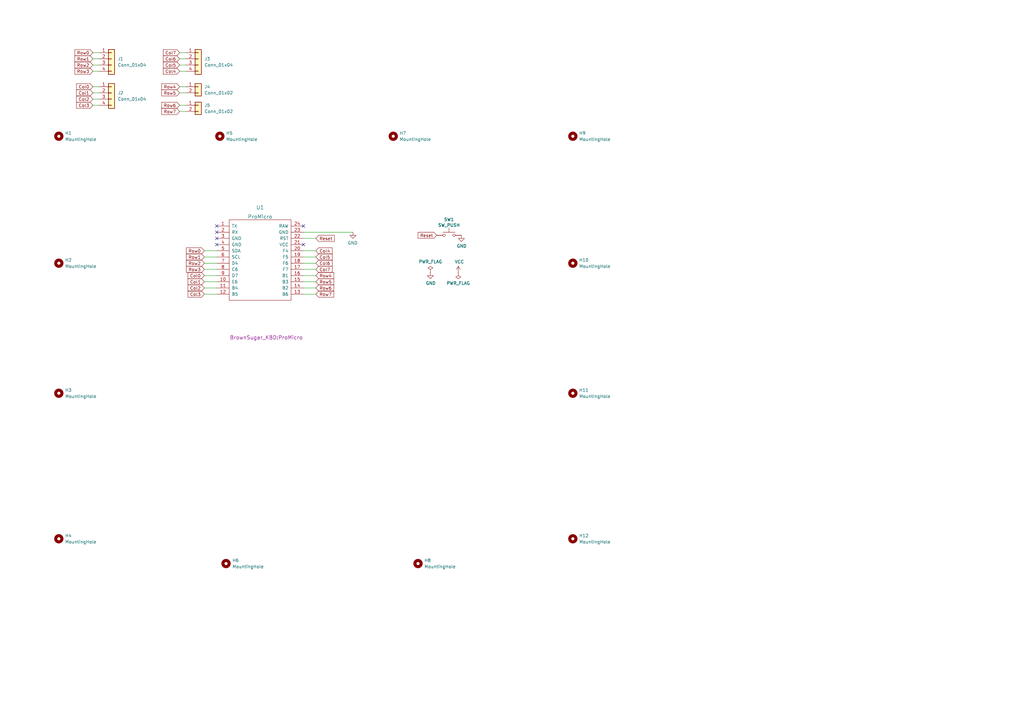
<source format=kicad_sch>
(kicad_sch (version 20211123) (generator eeschema)

  (uuid 5245fe21-b507-43dd-8813-9ae3c7554589)

  (paper "A3")

  (lib_symbols
    (symbol "Connector_Generic:Conn_01x02" (pin_names (offset 1.016) hide) (in_bom yes) (on_board yes)
      (property "Reference" "J" (id 0) (at 0 2.54 0)
        (effects (font (size 1.27 1.27)))
      )
      (property "Value" "Conn_01x02" (id 1) (at 0 -5.08 0)
        (effects (font (size 1.27 1.27)))
      )
      (property "Footprint" "" (id 2) (at 0 0 0)
        (effects (font (size 1.27 1.27)) hide)
      )
      (property "Datasheet" "~" (id 3) (at 0 0 0)
        (effects (font (size 1.27 1.27)) hide)
      )
      (property "ki_keywords" "connector" (id 4) (at 0 0 0)
        (effects (font (size 1.27 1.27)) hide)
      )
      (property "ki_description" "Generic connector, single row, 01x02, script generated (kicad-library-utils/schlib/autogen/connector/)" (id 5) (at 0 0 0)
        (effects (font (size 1.27 1.27)) hide)
      )
      (property "ki_fp_filters" "Connector*:*_1x??_*" (id 6) (at 0 0 0)
        (effects (font (size 1.27 1.27)) hide)
      )
      (symbol "Conn_01x02_1_1"
        (rectangle (start -1.27 -2.413) (end 0 -2.667)
          (stroke (width 0.1524) (type default) (color 0 0 0 0))
          (fill (type none))
        )
        (rectangle (start -1.27 0.127) (end 0 -0.127)
          (stroke (width 0.1524) (type default) (color 0 0 0 0))
          (fill (type none))
        )
        (rectangle (start -1.27 1.27) (end 1.27 -3.81)
          (stroke (width 0.254) (type default) (color 0 0 0 0))
          (fill (type background))
        )
        (pin passive line (at -5.08 0 0) (length 3.81)
          (name "Pin_1" (effects (font (size 1.27 1.27))))
          (number "1" (effects (font (size 1.27 1.27))))
        )
        (pin passive line (at -5.08 -2.54 0) (length 3.81)
          (name "Pin_2" (effects (font (size 1.27 1.27))))
          (number "2" (effects (font (size 1.27 1.27))))
        )
      )
    )
    (symbol "Connector_Generic:Conn_01x04" (pin_names (offset 1.016) hide) (in_bom yes) (on_board yes)
      (property "Reference" "J" (id 0) (at 0 5.08 0)
        (effects (font (size 1.27 1.27)))
      )
      (property "Value" "Conn_01x04" (id 1) (at 0 -7.62 0)
        (effects (font (size 1.27 1.27)))
      )
      (property "Footprint" "" (id 2) (at 0 0 0)
        (effects (font (size 1.27 1.27)) hide)
      )
      (property "Datasheet" "~" (id 3) (at 0 0 0)
        (effects (font (size 1.27 1.27)) hide)
      )
      (property "ki_keywords" "connector" (id 4) (at 0 0 0)
        (effects (font (size 1.27 1.27)) hide)
      )
      (property "ki_description" "Generic connector, single row, 01x04, script generated (kicad-library-utils/schlib/autogen/connector/)" (id 5) (at 0 0 0)
        (effects (font (size 1.27 1.27)) hide)
      )
      (property "ki_fp_filters" "Connector*:*_1x??_*" (id 6) (at 0 0 0)
        (effects (font (size 1.27 1.27)) hide)
      )
      (symbol "Conn_01x04_1_1"
        (rectangle (start -1.27 -4.953) (end 0 -5.207)
          (stroke (width 0.1524) (type default) (color 0 0 0 0))
          (fill (type none))
        )
        (rectangle (start -1.27 -2.413) (end 0 -2.667)
          (stroke (width 0.1524) (type default) (color 0 0 0 0))
          (fill (type none))
        )
        (rectangle (start -1.27 0.127) (end 0 -0.127)
          (stroke (width 0.1524) (type default) (color 0 0 0 0))
          (fill (type none))
        )
        (rectangle (start -1.27 2.667) (end 0 2.413)
          (stroke (width 0.1524) (type default) (color 0 0 0 0))
          (fill (type none))
        )
        (rectangle (start -1.27 3.81) (end 1.27 -6.35)
          (stroke (width 0.254) (type default) (color 0 0 0 0))
          (fill (type background))
        )
        (pin passive line (at -5.08 2.54 0) (length 3.81)
          (name "Pin_1" (effects (font (size 1.27 1.27))))
          (number "1" (effects (font (size 1.27 1.27))))
        )
        (pin passive line (at -5.08 0 0) (length 3.81)
          (name "Pin_2" (effects (font (size 1.27 1.27))))
          (number "2" (effects (font (size 1.27 1.27))))
        )
        (pin passive line (at -5.08 -2.54 0) (length 3.81)
          (name "Pin_3" (effects (font (size 1.27 1.27))))
          (number "3" (effects (font (size 1.27 1.27))))
        )
        (pin passive line (at -5.08 -5.08 0) (length 3.81)
          (name "Pin_4" (effects (font (size 1.27 1.27))))
          (number "4" (effects (font (size 1.27 1.27))))
        )
      )
    )
    (symbol "Mechanical:MountingHole" (pin_names (offset 1.016)) (in_bom yes) (on_board yes)
      (property "Reference" "H" (id 0) (at 0 5.08 0)
        (effects (font (size 1.27 1.27)))
      )
      (property "Value" "MountingHole" (id 1) (at 0 3.175 0)
        (effects (font (size 1.27 1.27)))
      )
      (property "Footprint" "" (id 2) (at 0 0 0)
        (effects (font (size 1.27 1.27)) hide)
      )
      (property "Datasheet" "~" (id 3) (at 0 0 0)
        (effects (font (size 1.27 1.27)) hide)
      )
      (property "ki_keywords" "mounting hole" (id 4) (at 0 0 0)
        (effects (font (size 1.27 1.27)) hide)
      )
      (property "ki_description" "Mounting Hole without connection" (id 5) (at 0 0 0)
        (effects (font (size 1.27 1.27)) hide)
      )
      (property "ki_fp_filters" "MountingHole*" (id 6) (at 0 0 0)
        (effects (font (size 1.27 1.27)) hide)
      )
      (symbol "MountingHole_0_1"
        (circle (center 0 0) (radius 1.27)
          (stroke (width 1.27) (type default) (color 0 0 0 0))
          (fill (type none))
        )
      )
    )
    (symbol "Switch:SW_Push" (pin_numbers hide) (pin_names (offset 1.016) hide) (in_bom yes) (on_board yes)
      (property "Reference" "SW" (id 0) (at 1.27 2.54 0)
        (effects (font (size 1.27 1.27)) (justify left))
      )
      (property "Value" "SW_Push" (id 1) (at 0 -1.524 0)
        (effects (font (size 1.27 1.27)))
      )
      (property "Footprint" "" (id 2) (at 0 5.08 0)
        (effects (font (size 1.27 1.27)) hide)
      )
      (property "Datasheet" "~" (id 3) (at 0 5.08 0)
        (effects (font (size 1.27 1.27)) hide)
      )
      (property "ki_keywords" "switch normally-open pushbutton push-button" (id 4) (at 0 0 0)
        (effects (font (size 1.27 1.27)) hide)
      )
      (property "ki_description" "Push button switch, generic, two pins" (id 5) (at 0 0 0)
        (effects (font (size 1.27 1.27)) hide)
      )
      (symbol "SW_Push_0_1"
        (circle (center -2.032 0) (radius 0.508)
          (stroke (width 0) (type default) (color 0 0 0 0))
          (fill (type none))
        )
        (polyline
          (pts
            (xy 0 1.27)
            (xy 0 3.048)
          )
          (stroke (width 0) (type default) (color 0 0 0 0))
          (fill (type none))
        )
        (polyline
          (pts
            (xy 2.54 1.27)
            (xy -2.54 1.27)
          )
          (stroke (width 0) (type default) (color 0 0 0 0))
          (fill (type none))
        )
        (circle (center 2.032 0) (radius 0.508)
          (stroke (width 0) (type default) (color 0 0 0 0))
          (fill (type none))
        )
        (pin passive line (at -5.08 0 0) (length 2.54)
          (name "1" (effects (font (size 1.27 1.27))))
          (number "1" (effects (font (size 1.27 1.27))))
        )
        (pin passive line (at 5.08 0 180) (length 2.54)
          (name "2" (effects (font (size 1.27 1.27))))
          (number "2" (effects (font (size 1.27 1.27))))
        )
      )
    )
    (symbol "power:GND" (power) (pin_names (offset 0)) (in_bom yes) (on_board yes)
      (property "Reference" "#PWR" (id 0) (at 0 -6.35 0)
        (effects (font (size 1.27 1.27)) hide)
      )
      (property "Value" "GND" (id 1) (at 0 -3.81 0)
        (effects (font (size 1.27 1.27)))
      )
      (property "Footprint" "" (id 2) (at 0 0 0)
        (effects (font (size 1.27 1.27)) hide)
      )
      (property "Datasheet" "" (id 3) (at 0 0 0)
        (effects (font (size 1.27 1.27)) hide)
      )
      (property "ki_keywords" "power-flag" (id 4) (at 0 0 0)
        (effects (font (size 1.27 1.27)) hide)
      )
      (property "ki_description" "Power symbol creates a global label with name \"GND\" , ground" (id 5) (at 0 0 0)
        (effects (font (size 1.27 1.27)) hide)
      )
      (symbol "GND_0_1"
        (polyline
          (pts
            (xy 0 0)
            (xy 0 -1.27)
            (xy 1.27 -1.27)
            (xy 0 -2.54)
            (xy -1.27 -1.27)
            (xy 0 -1.27)
          )
          (stroke (width 0) (type default) (color 0 0 0 0))
          (fill (type none))
        )
      )
      (symbol "GND_1_1"
        (pin power_in line (at 0 0 270) (length 0) hide
          (name "GND" (effects (font (size 1.27 1.27))))
          (number "1" (effects (font (size 1.27 1.27))))
        )
      )
    )
    (symbol "power:PWR_FLAG" (power) (pin_numbers hide) (pin_names (offset 0) hide) (in_bom yes) (on_board yes)
      (property "Reference" "#FLG" (id 0) (at 0 1.905 0)
        (effects (font (size 1.27 1.27)) hide)
      )
      (property "Value" "PWR_FLAG" (id 1) (at 0 3.81 0)
        (effects (font (size 1.27 1.27)))
      )
      (property "Footprint" "" (id 2) (at 0 0 0)
        (effects (font (size 1.27 1.27)) hide)
      )
      (property "Datasheet" "~" (id 3) (at 0 0 0)
        (effects (font (size 1.27 1.27)) hide)
      )
      (property "ki_keywords" "power-flag" (id 4) (at 0 0 0)
        (effects (font (size 1.27 1.27)) hide)
      )
      (property "ki_description" "Special symbol for telling ERC where power comes from" (id 5) (at 0 0 0)
        (effects (font (size 1.27 1.27)) hide)
      )
      (symbol "PWR_FLAG_0_0"
        (pin power_out line (at 0 0 90) (length 0)
          (name "pwr" (effects (font (size 1.27 1.27))))
          (number "1" (effects (font (size 1.27 1.27))))
        )
      )
      (symbol "PWR_FLAG_0_1"
        (polyline
          (pts
            (xy 0 0)
            (xy 0 1.27)
            (xy -1.016 1.905)
            (xy 0 2.54)
            (xy 1.016 1.905)
            (xy 0 1.27)
          )
          (stroke (width 0) (type default) (color 0 0 0 0))
          (fill (type none))
        )
      )
    )
    (symbol "power:VCC" (power) (pin_names (offset 0)) (in_bom yes) (on_board yes)
      (property "Reference" "#PWR" (id 0) (at 0 -3.81 0)
        (effects (font (size 1.27 1.27)) hide)
      )
      (property "Value" "VCC" (id 1) (at 0 3.81 0)
        (effects (font (size 1.27 1.27)))
      )
      (property "Footprint" "" (id 2) (at 0 0 0)
        (effects (font (size 1.27 1.27)) hide)
      )
      (property "Datasheet" "" (id 3) (at 0 0 0)
        (effects (font (size 1.27 1.27)) hide)
      )
      (property "ki_keywords" "power-flag" (id 4) (at 0 0 0)
        (effects (font (size 1.27 1.27)) hide)
      )
      (property "ki_description" "Power symbol creates a global label with name \"VCC\"" (id 5) (at 0 0 0)
        (effects (font (size 1.27 1.27)) hide)
      )
      (symbol "VCC_0_1"
        (polyline
          (pts
            (xy -0.762 1.27)
            (xy 0 2.54)
          )
          (stroke (width 0) (type default) (color 0 0 0 0))
          (fill (type none))
        )
        (polyline
          (pts
            (xy 0 0)
            (xy 0 2.54)
          )
          (stroke (width 0) (type default) (color 0 0 0 0))
          (fill (type none))
        )
        (polyline
          (pts
            (xy 0 2.54)
            (xy 0.762 1.27)
          )
          (stroke (width 0) (type default) (color 0 0 0 0))
          (fill (type none))
        )
      )
      (symbol "VCC_1_1"
        (pin power_in line (at 0 0 90) (length 0) hide
          (name "VCC" (effects (font (size 1.27 1.27))))
          (number "1" (effects (font (size 1.27 1.27))))
        )
      )
    )
    (symbol "promicro:ProMicro" (pin_names (offset 1.016)) (in_bom yes) (on_board yes)
      (property "Reference" "U" (id 0) (at 0 24.13 0)
        (effects (font (size 1.524 1.524)))
      )
      (property "Value" "ProMicro" (id 1) (at 0 -13.97 0)
        (effects (font (size 1.524 1.524)))
      )
      (property "Footprint" "" (id 2) (at 2.54 -26.67 0)
        (effects (font (size 1.524 1.524)))
      )
      (property "Datasheet" "" (id 3) (at 2.54 -26.67 0)
        (effects (font (size 1.524 1.524)))
      )
      (symbol "ProMicro_0_1"
        (rectangle (start -12.7 21.59) (end 12.7 -11.43)
          (stroke (width 0) (type default) (color 0 0 0 0))
          (fill (type none))
        )
      )
      (symbol "ProMicro_1_1"
        (pin bidirectional line (at -17.78 19.05 0) (length 5.08)
          (name "TX" (effects (font (size 1.27 1.27))))
          (number "1" (effects (font (size 1.27 1.27))))
        )
        (pin bidirectional line (at -17.78 -3.81 0) (length 5.08)
          (name "E6" (effects (font (size 1.27 1.27))))
          (number "10" (effects (font (size 1.27 1.27))))
        )
        (pin bidirectional line (at -17.78 -6.35 0) (length 5.08)
          (name "B4" (effects (font (size 1.27 1.27))))
          (number "11" (effects (font (size 1.27 1.27))))
        )
        (pin bidirectional line (at -17.78 -8.89 0) (length 5.08)
          (name "B5" (effects (font (size 1.27 1.27))))
          (number "12" (effects (font (size 1.27 1.27))))
        )
        (pin bidirectional line (at 17.78 -8.89 180) (length 5.08)
          (name "B6" (effects (font (size 1.27 1.27))))
          (number "13" (effects (font (size 1.27 1.27))))
        )
        (pin bidirectional line (at 17.78 -6.35 180) (length 5.08)
          (name "B2" (effects (font (size 1.27 1.27))))
          (number "14" (effects (font (size 1.27 1.27))))
        )
        (pin bidirectional line (at 17.78 -3.81 180) (length 5.08)
          (name "B3" (effects (font (size 1.27 1.27))))
          (number "15" (effects (font (size 1.27 1.27))))
        )
        (pin bidirectional line (at 17.78 -1.27 180) (length 5.08)
          (name "B1" (effects (font (size 1.27 1.27))))
          (number "16" (effects (font (size 1.27 1.27))))
        )
        (pin bidirectional line (at 17.78 1.27 180) (length 5.08)
          (name "F7" (effects (font (size 1.27 1.27))))
          (number "17" (effects (font (size 1.27 1.27))))
        )
        (pin bidirectional line (at 17.78 3.81 180) (length 5.08)
          (name "F6" (effects (font (size 1.27 1.27))))
          (number "18" (effects (font (size 1.27 1.27))))
        )
        (pin bidirectional line (at 17.78 6.35 180) (length 5.08)
          (name "F5" (effects (font (size 1.27 1.27))))
          (number "19" (effects (font (size 1.27 1.27))))
        )
        (pin bidirectional line (at -17.78 16.51 0) (length 5.08)
          (name "RX" (effects (font (size 1.27 1.27))))
          (number "2" (effects (font (size 1.27 1.27))))
        )
        (pin bidirectional line (at 17.78 8.89 180) (length 5.08)
          (name "F4" (effects (font (size 1.27 1.27))))
          (number "20" (effects (font (size 1.27 1.27))))
        )
        (pin power_in line (at 17.78 11.43 180) (length 5.08)
          (name "VCC" (effects (font (size 1.27 1.27))))
          (number "21" (effects (font (size 1.27 1.27))))
        )
        (pin input line (at 17.78 13.97 180) (length 5.08)
          (name "RST" (effects (font (size 1.27 1.27))))
          (number "22" (effects (font (size 1.27 1.27))))
        )
        (pin power_in line (at 17.78 16.51 180) (length 5.08)
          (name "GND" (effects (font (size 1.27 1.27))))
          (number "23" (effects (font (size 1.27 1.27))))
        )
        (pin power_out line (at 17.78 19.05 180) (length 5.08)
          (name "RAW" (effects (font (size 1.27 1.27))))
          (number "24" (effects (font (size 1.27 1.27))))
        )
        (pin power_in line (at -17.78 13.97 0) (length 5.08)
          (name "GND" (effects (font (size 1.27 1.27))))
          (number "3" (effects (font (size 1.27 1.27))))
        )
        (pin power_in line (at -17.78 11.43 0) (length 5.08)
          (name "GND" (effects (font (size 1.27 1.27))))
          (number "4" (effects (font (size 1.27 1.27))))
        )
        (pin bidirectional line (at -17.78 8.89 0) (length 5.08)
          (name "SDA" (effects (font (size 1.27 1.27))))
          (number "5" (effects (font (size 1.27 1.27))))
        )
        (pin bidirectional line (at -17.78 6.35 0) (length 5.08)
          (name "SCL" (effects (font (size 1.27 1.27))))
          (number "6" (effects (font (size 1.27 1.27))))
        )
        (pin bidirectional line (at -17.78 3.81 0) (length 5.08)
          (name "D4" (effects (font (size 1.27 1.27))))
          (number "7" (effects (font (size 1.27 1.27))))
        )
        (pin bidirectional line (at -17.78 1.27 0) (length 5.08)
          (name "C6" (effects (font (size 1.27 1.27))))
          (number "8" (effects (font (size 1.27 1.27))))
        )
        (pin bidirectional line (at -17.78 -1.27 0) (length 5.08)
          (name "D7" (effects (font (size 1.27 1.27))))
          (number "9" (effects (font (size 1.27 1.27))))
        )
      )
    )
  )


  (no_connect (at 88.9 100.33) (uuid 03d2036e-556e-4f69-9d4b-d098bcbbc93c))
  (no_connect (at 124.46 92.71) (uuid 28c8135d-d6a6-4865-8be6-3739e9f26bcf))
  (no_connect (at 124.46 100.33) (uuid 3331430e-e932-42ba-9a34-be48eec481c2))
  (no_connect (at 88.9 95.25) (uuid 7bcff22e-ac5d-4401-a84b-894d1d72a0be))
  (no_connect (at 88.9 92.71) (uuid 7e04aedf-838c-418f-b6f7-27283fda8525))
  (no_connect (at 88.9 97.79) (uuid a10e539d-204d-4b4e-80de-d38e533f8484))

  (wire (pts (xy 83.82 105.41) (xy 88.9 105.41))
    (stroke (width 0) (type default) (color 0 0 0 0))
    (uuid 018aa267-6495-4f34-8c23-343b9179f370)
  )
  (wire (pts (xy 124.46 118.11) (xy 129.54 118.11))
    (stroke (width 0) (type default) (color 0 0 0 0))
    (uuid 0461e6b1-745b-4885-bd80-ed72d5932cd2)
  )
  (wire (pts (xy 73.66 26.67) (xy 76.2 26.67))
    (stroke (width 0) (type default) (color 0 0 0 0))
    (uuid 06f96fe7-315d-466e-9a84-010a87af5fe5)
  )
  (wire (pts (xy 40.64 29.21) (xy 38.1 29.21))
    (stroke (width 0) (type default) (color 0 0 0 0))
    (uuid 0be7dcb2-b186-405b-a910-7c16fda22702)
  )
  (wire (pts (xy 83.82 118.11) (xy 88.9 118.11))
    (stroke (width 0) (type default) (color 0 0 0 0))
    (uuid 0e7b0a16-52ec-486c-9726-890d4d9886ab)
  )
  (wire (pts (xy 73.66 21.59) (xy 76.2 21.59))
    (stroke (width 0) (type default) (color 0 0 0 0))
    (uuid 0fef8c0c-d7eb-4f75-a399-676263cb2d1d)
  )
  (wire (pts (xy 124.46 107.95) (xy 129.54 107.95))
    (stroke (width 0) (type default) (color 0 0 0 0))
    (uuid 18482b2a-c1ab-4af7-b797-a1a6d5c737ae)
  )
  (wire (pts (xy 76.2 35.56) (xy 73.66 35.56))
    (stroke (width 0) (type default) (color 0 0 0 0))
    (uuid 2cac289b-f3bf-493d-9fb1-b942d28bd944)
  )
  (wire (pts (xy 73.66 45.72) (xy 76.2 45.72))
    (stroke (width 0) (type default) (color 0 0 0 0))
    (uuid 2cb4490f-a672-4c7f-9509-e2c04796e03b)
  )
  (wire (pts (xy 73.66 43.18) (xy 76.2 43.18))
    (stroke (width 0) (type default) (color 0 0 0 0))
    (uuid 2f61e7a4-df7d-4434-bb09-adb14444e8e4)
  )
  (wire (pts (xy 73.66 29.21) (xy 76.2 29.21))
    (stroke (width 0) (type default) (color 0 0 0 0))
    (uuid 31c6ac67-85f9-4efc-840f-bc73f6fbc691)
  )
  (wire (pts (xy 38.1 38.1) (xy 40.64 38.1))
    (stroke (width 0) (type default) (color 0 0 0 0))
    (uuid 37bc99aa-0cac-4fb9-900b-71e7a1780381)
  )
  (wire (pts (xy 38.1 35.56) (xy 40.64 35.56))
    (stroke (width 0) (type default) (color 0 0 0 0))
    (uuid 393b87bc-5d02-4240-945a-3d366c7dc6c9)
  )
  (wire (pts (xy 124.46 115.57) (xy 129.54 115.57))
    (stroke (width 0) (type default) (color 0 0 0 0))
    (uuid 3f299f66-5797-4f6a-b3b3-e500f6e02361)
  )
  (wire (pts (xy 124.46 102.87) (xy 129.54 102.87))
    (stroke (width 0) (type default) (color 0 0 0 0))
    (uuid 468cfd4c-fd1e-49e3-8e50-be8be2e32900)
  )
  (wire (pts (xy 83.82 113.03) (xy 88.9 113.03))
    (stroke (width 0) (type default) (color 0 0 0 0))
    (uuid 486db940-1f3b-4fed-91f0-84d578a9d597)
  )
  (wire (pts (xy 124.46 97.79) (xy 129.54 97.79))
    (stroke (width 0) (type default) (color 0 0 0 0))
    (uuid 49cfa479-b270-4b74-a20c-bbc9145163b2)
  )
  (wire (pts (xy 38.1 40.64) (xy 40.64 40.64))
    (stroke (width 0) (type default) (color 0 0 0 0))
    (uuid 4b2f6bbe-8d13-4c3b-91f6-3d77cafc14b3)
  )
  (wire (pts (xy 124.46 110.49) (xy 129.54 110.49))
    (stroke (width 0) (type default) (color 0 0 0 0))
    (uuid 5099e71d-03ba-4526-b14c-262ebce25124)
  )
  (wire (pts (xy 76.2 38.1) (xy 73.66 38.1))
    (stroke (width 0) (type default) (color 0 0 0 0))
    (uuid 51868205-b198-43bd-935f-1a3ce9868974)
  )
  (wire (pts (xy 124.46 105.41) (xy 129.54 105.41))
    (stroke (width 0) (type default) (color 0 0 0 0))
    (uuid 71bd07e5-14a3-4ae1-bde2-1595722e3133)
  )
  (wire (pts (xy 83.82 120.65) (xy 88.9 120.65))
    (stroke (width 0) (type default) (color 0 0 0 0))
    (uuid 7672ec1d-3229-40eb-ab3d-ae45ae7641b9)
  )
  (wire (pts (xy 83.82 107.95) (xy 88.9 107.95))
    (stroke (width 0) (type default) (color 0 0 0 0))
    (uuid 976f5b3e-d1f7-40d3-809c-a69b8808bd48)
  )
  (wire (pts (xy 38.1 43.18) (xy 40.64 43.18))
    (stroke (width 0) (type default) (color 0 0 0 0))
    (uuid a4ccf164-1a9a-439b-b88b-22c138373b89)
  )
  (wire (pts (xy 83.82 102.87) (xy 88.9 102.87))
    (stroke (width 0) (type default) (color 0 0 0 0))
    (uuid b631603e-42f8-4a4a-8b81-d6205180dcf9)
  )
  (wire (pts (xy 40.64 21.59) (xy 38.1 21.59))
    (stroke (width 0) (type default) (color 0 0 0 0))
    (uuid b6f1592e-c2c8-447c-aade-5f54fdef48b0)
  )
  (wire (pts (xy 73.66 24.13) (xy 76.2 24.13))
    (stroke (width 0) (type default) (color 0 0 0 0))
    (uuid b939787a-80c1-4e29-a522-aa4bc543368a)
  )
  (wire (pts (xy 124.46 113.03) (xy 129.54 113.03))
    (stroke (width 0) (type default) (color 0 0 0 0))
    (uuid c8b739a4-b378-4b0d-9dec-9837da1fc430)
  )
  (wire (pts (xy 83.82 110.49) (xy 88.9 110.49))
    (stroke (width 0) (type default) (color 0 0 0 0))
    (uuid c9087aa4-73aa-4526-a344-f4706641d808)
  )
  (wire (pts (xy 144.78 95.25) (xy 124.46 95.25))
    (stroke (width 0) (type default) (color 0 0 0 0))
    (uuid d80d98c7-9e1a-4cdb-b004-a8b85dac309b)
  )
  (wire (pts (xy 40.64 26.67) (xy 38.1 26.67))
    (stroke (width 0) (type default) (color 0 0 0 0))
    (uuid df9b1b65-f4c0-44e0-8b1e-31fa12cf9e60)
  )
  (wire (pts (xy 83.82 115.57) (xy 88.9 115.57))
    (stroke (width 0) (type default) (color 0 0 0 0))
    (uuid eac3460e-62aa-4e76-a305-eb4ffe2aaa0e)
  )
  (wire (pts (xy 124.46 120.65) (xy 129.54 120.65))
    (stroke (width 0) (type default) (color 0 0 0 0))
    (uuid edb1b424-54cf-41af-90ed-ef184199eb7d)
  )
  (wire (pts (xy 40.64 24.13) (xy 38.1 24.13))
    (stroke (width 0) (type default) (color 0 0 0 0))
    (uuid f37b5af1-ea56-4722-9f0e-3bfbabb77d40)
  )

  (global_label "Row3" (shape input) (at 38.1 29.21 180) (fields_autoplaced)
    (effects (font (size 1.27 1.27)) (justify right))
    (uuid 02215712-4bdd-4b3c-8d8f-d8ed03ea6851)
    (property "Intersheet References" "${INTERSHEET_REFS}" (id 0) (at 30.8168 29.1306 0)
      (effects (font (size 1.27 1.27)) (justify right) hide)
    )
  )
  (global_label "Col1" (shape input) (at 38.1 38.1 180) (fields_autoplaced)
    (effects (font (size 1.27 1.27)) (justify right))
    (uuid 07cef7ef-f313-4951-aed2-fc42c8674f14)
    (property "Intersheet References" "${INTERSHEET_REFS}" (id 0) (at 31.482 38.0206 0)
      (effects (font (size 1.27 1.27)) (justify right) hide)
    )
  )
  (global_label "Col2" (shape input) (at 38.1 40.64 180) (fields_autoplaced)
    (effects (font (size 1.27 1.27)) (justify right))
    (uuid 098b115d-b313-4266-b79a-1467432e55bc)
    (property "Intersheet References" "${INTERSHEET_REFS}" (id 0) (at 31.482 40.5606 0)
      (effects (font (size 1.27 1.27)) (justify right) hide)
    )
  )
  (global_label "Reset" (shape input) (at 129.54 97.79 0) (fields_autoplaced)
    (effects (font (size 1.27 1.27)) (justify left))
    (uuid 1086c905-7e90-4eb8-b68e-f92c37eb8b0a)
    (property "Intersheet References" "${INTERSHEET_REFS}" (id 0) (at 137.0652 97.7106 0)
      (effects (font (size 1.27 1.27)) (justify left) hide)
    )
  )
  (global_label "Row7" (shape input) (at 129.54 120.65 0) (fields_autoplaced)
    (effects (font (size 1.27 1.27)) (justify left))
    (uuid 1ef5a500-9ff2-4a4d-8c88-c6a332df76ab)
    (property "Intersheet References" "${INTERSHEET_REFS}" (id 0) (at 136.8232 120.7294 0)
      (effects (font (size 1.27 1.27)) (justify left) hide)
    )
  )
  (global_label "Col0" (shape input) (at 83.82 113.03 180) (fields_autoplaced)
    (effects (font (size 1.27 1.27)) (justify right))
    (uuid 25cfaf66-3ad0-4afa-8c65-dcb2b7d870ff)
    (property "Intersheet References" "${INTERSHEET_REFS}" (id 0) (at 77.202 112.9506 0)
      (effects (font (size 1.27 1.27)) (justify right) hide)
    )
  )
  (global_label "Row5" (shape input) (at 129.54 115.57 0) (fields_autoplaced)
    (effects (font (size 1.27 1.27)) (justify left))
    (uuid 26fc8fff-26ff-4dab-a01b-8221381014f5)
    (property "Intersheet References" "${INTERSHEET_REFS}" (id 0) (at 136.8232 115.6494 0)
      (effects (font (size 1.27 1.27)) (justify left) hide)
    )
  )
  (global_label "Reset" (shape input) (at 179.07 96.52 180) (fields_autoplaced)
    (effects (font (size 1.27 1.27)) (justify right))
    (uuid 2ef53a5e-ebcb-49fd-9304-2868265e6186)
    (property "Intersheet References" "${INTERSHEET_REFS}" (id 0) (at 171.5448 96.4406 0)
      (effects (font (size 1.27 1.27)) (justify right) hide)
    )
  )
  (global_label "Col6" (shape input) (at 129.54 107.95 0) (fields_autoplaced)
    (effects (font (size 1.27 1.27)) (justify left))
    (uuid 32843eab-0bd1-42c5-9e40-ab1c3e1dcf8c)
    (property "Intersheet References" "${INTERSHEET_REFS}" (id 0) (at 136.158 108.0294 0)
      (effects (font (size 1.27 1.27)) (justify left) hide)
    )
  )
  (global_label "Col4" (shape input) (at 73.66 29.21 180) (fields_autoplaced)
    (effects (font (size 1.27 1.27)) (justify right))
    (uuid 392a7874-c912-43f3-b4f3-3fa8fb8c1283)
    (property "Intersheet References" "${INTERSHEET_REFS}" (id 0) (at 67.042 29.1306 0)
      (effects (font (size 1.27 1.27)) (justify right) hide)
    )
  )
  (global_label "Row0" (shape input) (at 38.1 21.59 180) (fields_autoplaced)
    (effects (font (size 1.27 1.27)) (justify right))
    (uuid 3cd04477-cc90-4252-8cc5-e2921f2bbfbf)
    (property "Intersheet References" "${INTERSHEET_REFS}" (id 0) (at 30.8168 21.5106 0)
      (effects (font (size 1.27 1.27)) (justify right) hide)
    )
  )
  (global_label "Col3" (shape input) (at 83.82 120.65 180) (fields_autoplaced)
    (effects (font (size 1.27 1.27)) (justify right))
    (uuid 4c8019c1-c558-4d43-9a06-cb9b06bdd0b2)
    (property "Intersheet References" "${INTERSHEET_REFS}" (id 0) (at 77.202 120.5706 0)
      (effects (font (size 1.27 1.27)) (justify right) hide)
    )
  )
  (global_label "Row1" (shape input) (at 83.82 105.41 180) (fields_autoplaced)
    (effects (font (size 1.27 1.27)) (justify right))
    (uuid 52943359-d81e-4037-aa85-dc6e7ce77fc5)
    (property "Intersheet References" "${INTERSHEET_REFS}" (id 0) (at 76.5368 105.3306 0)
      (effects (font (size 1.27 1.27)) (justify right) hide)
    )
  )
  (global_label "Col3" (shape input) (at 38.1 43.18 180) (fields_autoplaced)
    (effects (font (size 1.27 1.27)) (justify right))
    (uuid 6028c663-0754-44d2-8877-8ac0916e0495)
    (property "Intersheet References" "${INTERSHEET_REFS}" (id 0) (at 31.482 43.1006 0)
      (effects (font (size 1.27 1.27)) (justify right) hide)
    )
  )
  (global_label "Row4" (shape input) (at 73.66 35.56 180) (fields_autoplaced)
    (effects (font (size 1.27 1.27)) (justify right))
    (uuid 62d91ef9-a0d9-4424-a159-1603c5c95a1c)
    (property "Intersheet References" "${INTERSHEET_REFS}" (id 0) (at 66.3768 35.4806 0)
      (effects (font (size 1.27 1.27)) (justify right) hide)
    )
  )
  (global_label "Col2" (shape input) (at 83.82 118.11 180) (fields_autoplaced)
    (effects (font (size 1.27 1.27)) (justify right))
    (uuid 6822ed42-6076-4730-9955-482a3b8e14cb)
    (property "Intersheet References" "${INTERSHEET_REFS}" (id 0) (at 77.202 118.0306 0)
      (effects (font (size 1.27 1.27)) (justify right) hide)
    )
  )
  (global_label "Row2" (shape input) (at 83.82 107.95 180) (fields_autoplaced)
    (effects (font (size 1.27 1.27)) (justify right))
    (uuid 6e963412-75c8-4343-b7ad-63fba504b994)
    (property "Intersheet References" "${INTERSHEET_REFS}" (id 0) (at 76.5368 107.8706 0)
      (effects (font (size 1.27 1.27)) (justify right) hide)
    )
  )
  (global_label "Col5" (shape input) (at 73.66 26.67 180) (fields_autoplaced)
    (effects (font (size 1.27 1.27)) (justify right))
    (uuid 7c8e04af-69d6-481d-b874-b2a644d96ac7)
    (property "Intersheet References" "${INTERSHEET_REFS}" (id 0) (at 67.042 26.5906 0)
      (effects (font (size 1.27 1.27)) (justify right) hide)
    )
  )
  (global_label "Col0" (shape input) (at 38.1 35.56 180) (fields_autoplaced)
    (effects (font (size 1.27 1.27)) (justify right))
    (uuid 83fb935b-c646-410b-bb01-a347855dd5c7)
    (property "Intersheet References" "${INTERSHEET_REFS}" (id 0) (at 31.482 35.4806 0)
      (effects (font (size 1.27 1.27)) (justify right) hide)
    )
  )
  (global_label "Col6" (shape input) (at 73.66 24.13 180) (fields_autoplaced)
    (effects (font (size 1.27 1.27)) (justify right))
    (uuid 8524dc7a-12dd-499b-8abd-9fe6ad5bd281)
    (property "Intersheet References" "${INTERSHEET_REFS}" (id 0) (at 67.042 24.0506 0)
      (effects (font (size 1.27 1.27)) (justify right) hide)
    )
  )
  (global_label "Row5" (shape input) (at 73.66 38.1 180) (fields_autoplaced)
    (effects (font (size 1.27 1.27)) (justify right))
    (uuid 883fb666-d77b-4d9b-b364-faad761a2a8a)
    (property "Intersheet References" "${INTERSHEET_REFS}" (id 0) (at 66.3768 38.0206 0)
      (effects (font (size 1.27 1.27)) (justify right) hide)
    )
  )
  (global_label "Col4" (shape input) (at 129.54 102.87 0) (fields_autoplaced)
    (effects (font (size 1.27 1.27)) (justify left))
    (uuid 91794c91-bbf8-444c-a4b4-f2bd0e2ae866)
    (property "Intersheet References" "${INTERSHEET_REFS}" (id 0) (at 136.158 102.9494 0)
      (effects (font (size 1.27 1.27)) (justify left) hide)
    )
  )
  (global_label "Row0" (shape input) (at 83.82 102.87 180) (fields_autoplaced)
    (effects (font (size 1.27 1.27)) (justify right))
    (uuid 9eb3d669-de0b-4cdd-a9df-f66fdcace4ca)
    (property "Intersheet References" "${INTERSHEET_REFS}" (id 0) (at 76.5368 102.7906 0)
      (effects (font (size 1.27 1.27)) (justify right) hide)
    )
  )
  (global_label "Row6" (shape input) (at 129.54 118.11 0) (fields_autoplaced)
    (effects (font (size 1.27 1.27)) (justify left))
    (uuid a23d30f5-52cc-46f5-a77e-9016e4063b75)
    (property "Intersheet References" "${INTERSHEET_REFS}" (id 0) (at 136.8232 118.1894 0)
      (effects (font (size 1.27 1.27)) (justify left) hide)
    )
  )
  (global_label "Row2" (shape input) (at 38.1 26.67 180) (fields_autoplaced)
    (effects (font (size 1.27 1.27)) (justify right))
    (uuid a907fe21-1c84-4afc-8484-29d408b5f630)
    (property "Intersheet References" "${INTERSHEET_REFS}" (id 0) (at 30.8168 26.5906 0)
      (effects (font (size 1.27 1.27)) (justify right) hide)
    )
  )
  (global_label "Row7" (shape input) (at 73.66 45.72 180) (fields_autoplaced)
    (effects (font (size 1.27 1.27)) (justify right))
    (uuid be1f79c3-fa35-4f06-ad52-4bceab8cb383)
    (property "Intersheet References" "${INTERSHEET_REFS}" (id 0) (at 66.3768 45.6406 0)
      (effects (font (size 1.27 1.27)) (justify right) hide)
    )
  )
  (global_label "Col5" (shape input) (at 129.54 105.41 0) (fields_autoplaced)
    (effects (font (size 1.27 1.27)) (justify left))
    (uuid c48b9f90-ec2f-4936-a588-3a326fe3c72d)
    (property "Intersheet References" "${INTERSHEET_REFS}" (id 0) (at 136.158 105.4894 0)
      (effects (font (size 1.27 1.27)) (justify left) hide)
    )
  )
  (global_label "Col7" (shape input) (at 73.66 21.59 180) (fields_autoplaced)
    (effects (font (size 1.27 1.27)) (justify right))
    (uuid cea2982e-556e-4745-855e-288a8d1d2338)
    (property "Intersheet References" "${INTERSHEET_REFS}" (id 0) (at 67.042 21.5106 0)
      (effects (font (size 1.27 1.27)) (justify right) hide)
    )
  )
  (global_label "Row6" (shape input) (at 73.66 43.18 180) (fields_autoplaced)
    (effects (font (size 1.27 1.27)) (justify right))
    (uuid d6baba20-65aa-477a-9da2-ed5e9a00d9b0)
    (property "Intersheet References" "${INTERSHEET_REFS}" (id 0) (at 66.3768 43.1006 0)
      (effects (font (size 1.27 1.27)) (justify right) hide)
    )
  )
  (global_label "Col1" (shape input) (at 83.82 115.57 180) (fields_autoplaced)
    (effects (font (size 1.27 1.27)) (justify right))
    (uuid d7c0bb50-76d7-4b0b-acb0-98ac6b93cd44)
    (property "Intersheet References" "${INTERSHEET_REFS}" (id 0) (at 77.202 115.4906 0)
      (effects (font (size 1.27 1.27)) (justify right) hide)
    )
  )
  (global_label "Row1" (shape input) (at 38.1 24.13 180) (fields_autoplaced)
    (effects (font (size 1.27 1.27)) (justify right))
    (uuid e2363052-c99d-4c44-a0d6-ef1cf525b58f)
    (property "Intersheet References" "${INTERSHEET_REFS}" (id 0) (at 30.8168 24.0506 0)
      (effects (font (size 1.27 1.27)) (justify right) hide)
    )
  )
  (global_label "Row4" (shape input) (at 129.54 113.03 0) (fields_autoplaced)
    (effects (font (size 1.27 1.27)) (justify left))
    (uuid e5775228-da05-43c2-889a-82439c7fe2a6)
    (property "Intersheet References" "${INTERSHEET_REFS}" (id 0) (at 136.8232 113.1094 0)
      (effects (font (size 1.27 1.27)) (justify left) hide)
    )
  )
  (global_label "Row3" (shape input) (at 83.82 110.49 180) (fields_autoplaced)
    (effects (font (size 1.27 1.27)) (justify right))
    (uuid e71b0c09-6de3-4c5a-bd5a-6424a641a315)
    (property "Intersheet References" "${INTERSHEET_REFS}" (id 0) (at 76.5368 110.4106 0)
      (effects (font (size 1.27 1.27)) (justify right) hide)
    )
  )
  (global_label "Col7" (shape input) (at 129.54 110.49 0) (fields_autoplaced)
    (effects (font (size 1.27 1.27)) (justify left))
    (uuid f4159a59-89d2-4085-896c-ce707d1f19ab)
    (property "Intersheet References" "${INTERSHEET_REFS}" (id 0) (at 136.158 110.5694 0)
      (effects (font (size 1.27 1.27)) (justify left) hide)
    )
  )

  (symbol (lib_id "power:GND") (at 176.53 111.76 0) (unit 1)
    (in_bom yes) (on_board yes)
    (uuid 0e417492-3929-43a8-8c9b-bbebad004c94)
    (property "Reference" "#PWR0104" (id 0) (at 176.53 118.11 0)
      (effects (font (size 1.27 1.27)) hide)
    )
    (property "Value" "GND" (id 1) (at 176.657 116.1542 0))
    (property "Footprint" "" (id 2) (at 176.53 111.76 0)
      (effects (font (size 1.27 1.27)) hide)
    )
    (property "Datasheet" "" (id 3) (at 176.53 111.76 0)
      (effects (font (size 1.27 1.27)) hide)
    )
    (pin "1" (uuid 8c00ec82-1474-41e0-aa33-8ced02714e7d))
  )

  (symbol (lib_id "Connector_Generic:Conn_01x02") (at 81.28 43.18 0) (unit 1)
    (in_bom yes) (on_board yes) (fields_autoplaced)
    (uuid 0f9e044b-c55f-4bc1-979a-361ecff15f2e)
    (property "Reference" "J5" (id 0) (at 83.82 43.1799 0)
      (effects (font (size 1.27 1.27)) (justify left))
    )
    (property "Value" "Conn_01x02" (id 1) (at 83.82 45.7199 0)
      (effects (font (size 1.27 1.27)) (justify left))
    )
    (property "Footprint" "Connector_PinSocket_2.54mm:PinSocket_1x02_P2.54mm_Vertical" (id 2) (at 81.28 43.18 0)
      (effects (font (size 1.27 1.27)) hide)
    )
    (property "Datasheet" "~" (id 3) (at 81.28 43.18 0)
      (effects (font (size 1.27 1.27)) hide)
    )
    (pin "1" (uuid 285f5822-b972-4893-911b-a7df975c527a))
    (pin "2" (uuid 6ef35322-598e-451b-b019-458e432af07a))
  )

  (symbol (lib_id "power:GND") (at 189.23 96.52 0) (unit 1)
    (in_bom yes) (on_board yes)
    (uuid 15123c83-4e03-4387-be60-25afbdfe7fa3)
    (property "Reference" "#PWR0101" (id 0) (at 189.23 102.87 0)
      (effects (font (size 1.27 1.27)) hide)
    )
    (property "Value" "GND" (id 1) (at 189.357 100.9142 0))
    (property "Footprint" "" (id 2) (at 189.23 96.52 0)
      (effects (font (size 1.27 1.27)) hide)
    )
    (property "Datasheet" "" (id 3) (at 189.23 96.52 0)
      (effects (font (size 1.27 1.27)) hide)
    )
    (pin "1" (uuid 3a81e66c-31ac-428e-8916-c5595a2ee359))
  )

  (symbol (lib_id "Mechanical:MountingHole") (at 24.13 55.88 0) (unit 1)
    (in_bom yes) (on_board yes) (fields_autoplaced)
    (uuid 17fe6c74-7093-4ce3-b0e5-cd6b76f5155b)
    (property "Reference" "H1" (id 0) (at 26.67 54.6099 0)
      (effects (font (size 1.27 1.27)) (justify left))
    )
    (property "Value" "MountingHole" (id 1) (at 26.67 57.1499 0)
      (effects (font (size 1.27 1.27)) (justify left))
    )
    (property "Footprint" "kbd_Hole:m2_Screw_Hole" (id 2) (at 24.13 55.88 0)
      (effects (font (size 1.27 1.27)) hide)
    )
    (property "Datasheet" "~" (id 3) (at 24.13 55.88 0)
      (effects (font (size 1.27 1.27)) hide)
    )
  )

  (symbol (lib_id "power:VCC") (at 187.96 111.76 0) (unit 1)
    (in_bom yes) (on_board yes)
    (uuid 229479f5-b036-4e77-89ed-8cdb62245969)
    (property "Reference" "#PWR0102" (id 0) (at 187.96 115.57 0)
      (effects (font (size 1.27 1.27)) hide)
    )
    (property "Value" "VCC" (id 1) (at 188.3918 107.3658 0))
    (property "Footprint" "" (id 2) (at 187.96 111.76 0)
      (effects (font (size 1.27 1.27)) hide)
    )
    (property "Datasheet" "" (id 3) (at 187.96 111.76 0)
      (effects (font (size 1.27 1.27)) hide)
    )
    (pin "1" (uuid eac1f33d-a15e-4797-852a-79665b0802e7))
  )

  (symbol (lib_id "Mechanical:MountingHole") (at 92.71 231.14 0) (unit 1)
    (in_bom yes) (on_board yes) (fields_autoplaced)
    (uuid 3f68077d-744b-46fa-a7c2-2aec3cf7550a)
    (property "Reference" "H6" (id 0) (at 95.25 229.8699 0)
      (effects (font (size 1.27 1.27)) (justify left))
    )
    (property "Value" "MountingHole" (id 1) (at 95.25 232.4099 0)
      (effects (font (size 1.27 1.27)) (justify left))
    )
    (property "Footprint" "kbd_Hole:m2_Screw_Hole" (id 2) (at 92.71 231.14 0)
      (effects (font (size 1.27 1.27)) hide)
    )
    (property "Datasheet" "~" (id 3) (at 92.71 231.14 0)
      (effects (font (size 1.27 1.27)) hide)
    )
  )

  (symbol (lib_id "Connector_Generic:Conn_01x04") (at 45.72 38.1 0) (unit 1)
    (in_bom yes) (on_board yes) (fields_autoplaced)
    (uuid 56bf2da4-e3f9-4f0a-815f-791322bda6a9)
    (property "Reference" "J2" (id 0) (at 48.26 38.0999 0)
      (effects (font (size 1.27 1.27)) (justify left))
    )
    (property "Value" "Conn_01x04" (id 1) (at 48.26 40.6399 0)
      (effects (font (size 1.27 1.27)) (justify left))
    )
    (property "Footprint" "Connector_PinSocket_2.54mm:PinSocket_1x04_P2.54mm_Vertical" (id 2) (at 45.72 38.1 0)
      (effects (font (size 1.27 1.27)) hide)
    )
    (property "Datasheet" "~" (id 3) (at 45.72 38.1 0)
      (effects (font (size 1.27 1.27)) hide)
    )
    (pin "1" (uuid 2c2e88fb-dfe4-43f7-8bbd-72fc94e9e9c7))
    (pin "2" (uuid 6fe5a269-86ce-4a5e-ab37-d89bffbe2812))
    (pin "3" (uuid 90785a46-47cf-43f2-bd0b-0a29056c20a1))
    (pin "4" (uuid 6b66bd9c-1ed8-4c56-a498-f885e44d56f8))
  )

  (symbol (lib_id "Mechanical:MountingHole") (at 24.13 220.98 0) (unit 1)
    (in_bom yes) (on_board yes)
    (uuid 5c08c9e3-20b7-4f60-b7e7-49b04d3dc7a0)
    (property "Reference" "H4" (id 0) (at 26.67 219.7099 0)
      (effects (font (size 1.27 1.27)) (justify left))
    )
    (property "Value" "MountingHole" (id 1) (at 26.67 222.25 0)
      (effects (font (size 1.27 1.27)) (justify left))
    )
    (property "Footprint" "kbd_Hole:m2_Screw_Hole" (id 2) (at 24.13 220.98 0)
      (effects (font (size 1.27 1.27)) hide)
    )
    (property "Datasheet" "~" (id 3) (at 24.13 220.98 0)
      (effects (font (size 1.27 1.27)) hide)
    )
  )

  (symbol (lib_id "Switch:SW_Push") (at 184.15 96.52 0) (unit 1)
    (in_bom yes) (on_board yes)
    (uuid 5c1dc2b1-7322-4d5c-883c-e532bad26547)
    (property "Reference" "SW1" (id 0) (at 184.15 90.043 0))
    (property "Value" "SW_PUSH" (id 1) (at 184.15 92.3544 0))
    (property "Footprint" "akizukidenshi_parts:SW_107193_SKHHLPA010" (id 2) (at 184.15 91.44 0)
      (effects (font (size 1.27 1.27)) hide)
    )
    (property "Datasheet" "~" (id 3) (at 184.15 91.44 0)
      (effects (font (size 1.27 1.27)) hide)
    )
    (pin "1" (uuid 4e7f2e2d-0860-4803-b930-53fee0e8633a))
    (pin "2" (uuid b9d55419-7de5-40e2-9d11-cc6a72581dec))
  )

  (symbol (lib_id "Connector_Generic:Conn_01x04") (at 45.72 24.13 0) (unit 1)
    (in_bom yes) (on_board yes) (fields_autoplaced)
    (uuid 677de969-a1a1-475b-bd73-d61705dd4481)
    (property "Reference" "J1" (id 0) (at 48.26 24.1299 0)
      (effects (font (size 1.27 1.27)) (justify left))
    )
    (property "Value" "Conn_01x04" (id 1) (at 48.26 26.6699 0)
      (effects (font (size 1.27 1.27)) (justify left))
    )
    (property "Footprint" "Connector_PinSocket_2.54mm:PinSocket_1x04_P2.54mm_Vertical" (id 2) (at 45.72 24.13 0)
      (effects (font (size 1.27 1.27)) hide)
    )
    (property "Datasheet" "~" (id 3) (at 45.72 24.13 0)
      (effects (font (size 1.27 1.27)) hide)
    )
    (pin "1" (uuid 91240545-8de3-4900-ad6e-f80f43876a5d))
    (pin "2" (uuid 8a63a06c-6732-4893-b3af-972e285ecebc))
    (pin "3" (uuid d2a1f979-57e2-48d3-a1be-9eb7eee0e3db))
    (pin "4" (uuid ce4d9097-b2cd-41bb-b3e4-69fdfcb2b91d))
  )

  (symbol (lib_id "Mechanical:MountingHole") (at 24.13 107.95 0) (unit 1)
    (in_bom yes) (on_board yes)
    (uuid 75a2aa97-260a-46a7-8bb3-0aea22bf077f)
    (property "Reference" "H2" (id 0) (at 26.67 106.6799 0)
      (effects (font (size 1.27 1.27)) (justify left))
    )
    (property "Value" "MountingHole" (id 1) (at 26.67 109.2199 0)
      (effects (font (size 1.27 1.27)) (justify left))
    )
    (property "Footprint" "kbd_Hole:m2_Screw_Hole" (id 2) (at 24.13 107.95 0)
      (effects (font (size 1.27 1.27)) hide)
    )
    (property "Datasheet" "~" (id 3) (at 24.13 107.95 0)
      (effects (font (size 1.27 1.27)) hide)
    )
  )

  (symbol (lib_id "Mechanical:MountingHole") (at 90.17 55.88 0) (unit 1)
    (in_bom yes) (on_board yes) (fields_autoplaced)
    (uuid 8aa2936f-a26f-4231-9de3-9f8ac5c79d09)
    (property "Reference" "H5" (id 0) (at 92.71 54.6099 0)
      (effects (font (size 1.27 1.27)) (justify left))
    )
    (property "Value" "MountingHole" (id 1) (at 92.71 57.1499 0)
      (effects (font (size 1.27 1.27)) (justify left))
    )
    (property "Footprint" "kbd_Hole:m2_Screw_Hole" (id 2) (at 90.17 55.88 0)
      (effects (font (size 1.27 1.27)) hide)
    )
    (property "Datasheet" "~" (id 3) (at 90.17 55.88 0)
      (effects (font (size 1.27 1.27)) hide)
    )
  )

  (symbol (lib_id "Mechanical:MountingHole") (at 234.95 107.95 0) (unit 1)
    (in_bom yes) (on_board yes)
    (uuid 8cfeb9c7-034f-4d53-a72d-83ec62091c49)
    (property "Reference" "H10" (id 0) (at 237.49 106.6799 0)
      (effects (font (size 1.27 1.27)) (justify left))
    )
    (property "Value" "MountingHole" (id 1) (at 237.49 109.2199 0)
      (effects (font (size 1.27 1.27)) (justify left))
    )
    (property "Footprint" "kbd_Hole:m2_Screw_Hole" (id 2) (at 234.95 107.95 0)
      (effects (font (size 1.27 1.27)) hide)
    )
    (property "Datasheet" "~" (id 3) (at 234.95 107.95 0)
      (effects (font (size 1.27 1.27)) hide)
    )
  )

  (symbol (lib_id "Connector_Generic:Conn_01x04") (at 81.28 24.13 0) (unit 1)
    (in_bom yes) (on_board yes) (fields_autoplaced)
    (uuid 9561b299-52f1-4e05-9478-e6f1d346abf8)
    (property "Reference" "J3" (id 0) (at 83.82 24.1299 0)
      (effects (font (size 1.27 1.27)) (justify left))
    )
    (property "Value" "Conn_01x04" (id 1) (at 83.82 26.6699 0)
      (effects (font (size 1.27 1.27)) (justify left))
    )
    (property "Footprint" "Connector_PinSocket_2.54mm:PinSocket_1x04_P2.54mm_Vertical" (id 2) (at 81.28 24.13 0)
      (effects (font (size 1.27 1.27)) hide)
    )
    (property "Datasheet" "~" (id 3) (at 81.28 24.13 0)
      (effects (font (size 1.27 1.27)) hide)
    )
    (pin "1" (uuid 7c3558ef-db06-4d0d-b765-2571091cf5ea))
    (pin "2" (uuid 440b70e8-0be2-4acc-a22d-fe79e2935277))
    (pin "3" (uuid de9a875e-bb0e-4388-9696-a47e5660017f))
    (pin "4" (uuid 567fbd85-bc56-4855-953e-ed1a169cffa9))
  )

  (symbol (lib_id "promicro:ProMicro") (at 106.68 111.76 0) (unit 1)
    (in_bom yes) (on_board yes) (fields_autoplaced)
    (uuid 976c47e8-b043-4429-9dc1-25e952507b49)
    (property "Reference" "U1" (id 0) (at 106.68 85.09 0)
      (effects (font (size 1.524 1.524)))
    )
    (property "Value" "ProMicro" (id 1) (at 106.68 88.9 0)
      (effects (font (size 1.524 1.524)))
    )
    (property "Footprint" "BrownSugar_KBD:ProMicro" (id 2) (at 109.22 138.43 0)
      (effects (font (size 1.524 1.524)))
    )
    (property "Datasheet" "" (id 3) (at 109.22 138.43 0)
      (effects (font (size 1.524 1.524)))
    )
    (pin "1" (uuid 9b0ae771-3f47-42b1-ae1e-2fedc1b734f9))
    (pin "10" (uuid f6d33945-61d2-48e1-bedd-616bf3d0062c))
    (pin "11" (uuid 7316c3cb-2140-4998-a54d-18ea21ad25ef))
    (pin "12" (uuid 3f78b462-78a7-4526-8a69-2e0493e73829))
    (pin "13" (uuid e4a5f6b3-9b84-43c8-b4c0-4cad23f8549a))
    (pin "14" (uuid 94d6480c-54fb-452f-b7dc-cd06bfc92480))
    (pin "15" (uuid 4aaf051e-671e-4942-abe7-cfbfc07ce18f))
    (pin "16" (uuid dac3a839-0f2c-4d14-b2a9-cb10e75079e6))
    (pin "17" (uuid 0a3d96c8-3864-4479-8a2d-c65d02131e3a))
    (pin "18" (uuid 661c65c4-f160-4252-9bd9-82a9ced575c1))
    (pin "19" (uuid aaa623fa-cb72-4c5b-959a-c3597b1f65a0))
    (pin "2" (uuid 310d3a0c-b4b7-4e08-8f45-d6b8d7122584))
    (pin "20" (uuid d4ea743e-1e1c-4b4f-b2ed-985da890f016))
    (pin "21" (uuid cb9feb8a-21df-445f-b87c-a0123fff8b0c))
    (pin "22" (uuid 778cf7be-5f00-4b60-a568-f2f9a96cfee3))
    (pin "23" (uuid 32074a7d-3759-457f-95c0-9ca8bb324b52))
    (pin "24" (uuid d885265a-7a95-40ce-830b-d8fca1cba2e6))
    (pin "3" (uuid 0e6262fa-7353-487a-a971-fd1a139397c6))
    (pin "4" (uuid 5f8c6fe9-374f-4219-9684-c5d943b92a86))
    (pin "5" (uuid 7d6b418e-1ca8-4410-9478-04cbe4f926d3))
    (pin "6" (uuid c25d7cbd-a223-4f92-93ad-5dded5e5eae1))
    (pin "7" (uuid 0789afee-cc57-4a88-8763-f846b25f1981))
    (pin "8" (uuid daad12c3-ebca-4e16-920e-3c57ddc5ec40))
    (pin "9" (uuid abf12314-7c4f-4d14-a2d8-551ef8d78190))
  )

  (symbol (lib_id "Mechanical:MountingHole") (at 234.95 55.88 0) (unit 1)
    (in_bom yes) (on_board yes) (fields_autoplaced)
    (uuid a459e8b7-d94a-431f-a25d-9ffbfb9112de)
    (property "Reference" "H9" (id 0) (at 237.49 54.6099 0)
      (effects (font (size 1.27 1.27)) (justify left))
    )
    (property "Value" "MountingHole" (id 1) (at 237.49 57.1499 0)
      (effects (font (size 1.27 1.27)) (justify left))
    )
    (property "Footprint" "kbd_Hole:m2_Screw_Hole" (id 2) (at 234.95 55.88 0)
      (effects (font (size 1.27 1.27)) hide)
    )
    (property "Datasheet" "~" (id 3) (at 234.95 55.88 0)
      (effects (font (size 1.27 1.27)) hide)
    )
  )

  (symbol (lib_id "power:GND") (at 144.78 95.25 0) (mirror y) (unit 1)
    (in_bom yes) (on_board yes)
    (uuid b6030004-fddd-4f01-8807-d008d635993d)
    (property "Reference" "#PWR0103" (id 0) (at 144.78 101.6 0)
      (effects (font (size 1.27 1.27)) hide)
    )
    (property "Value" "GND" (id 1) (at 144.653 99.6442 0))
    (property "Footprint" "" (id 2) (at 144.78 95.25 0)
      (effects (font (size 1.27 1.27)) hide)
    )
    (property "Datasheet" "" (id 3) (at 144.78 95.25 0)
      (effects (font (size 1.27 1.27)) hide)
    )
    (pin "1" (uuid ab25ef0e-b853-49fd-9ef7-6ebf7d52cf83))
  )

  (symbol (lib_id "power:PWR_FLAG") (at 187.96 111.76 180) (unit 1)
    (in_bom yes) (on_board yes)
    (uuid cf7c35fc-4c8d-4689-8856-1526a14a44f2)
    (property "Reference" "#FLG0101" (id 0) (at 187.96 113.665 0)
      (effects (font (size 1.27 1.27)) hide)
    )
    (property "Value" "PWR_FLAG" (id 1) (at 187.96 116.1542 0))
    (property "Footprint" "" (id 2) (at 187.96 111.76 0)
      (effects (font (size 1.27 1.27)) hide)
    )
    (property "Datasheet" "~" (id 3) (at 187.96 111.76 0)
      (effects (font (size 1.27 1.27)) hide)
    )
    (pin "1" (uuid f77a0056-6976-432a-a526-a437a2e56171))
  )

  (symbol (lib_id "Connector_Generic:Conn_01x02") (at 81.28 35.56 0) (unit 1)
    (in_bom yes) (on_board yes) (fields_autoplaced)
    (uuid da77d3bc-70ba-4f1e-adae-2e85ba971f4a)
    (property "Reference" "J4" (id 0) (at 83.82 35.5599 0)
      (effects (font (size 1.27 1.27)) (justify left))
    )
    (property "Value" "Conn_01x02" (id 1) (at 83.82 38.0999 0)
      (effects (font (size 1.27 1.27)) (justify left))
    )
    (property "Footprint" "Connector_PinSocket_2.54mm:PinSocket_1x02_P2.54mm_Vertical" (id 2) (at 81.28 35.56 0)
      (effects (font (size 1.27 1.27)) hide)
    )
    (property "Datasheet" "~" (id 3) (at 81.28 35.56 0)
      (effects (font (size 1.27 1.27)) hide)
    )
    (pin "1" (uuid ac27480c-a624-40c6-8965-1a6c0eae430e))
    (pin "2" (uuid 95dcf37e-3845-4a85-9367-10aaad4f4a29))
  )

  (symbol (lib_id "Mechanical:MountingHole") (at 24.13 161.29 0) (unit 1)
    (in_bom yes) (on_board yes)
    (uuid e62bc1b8-4843-4399-a041-4bc37e9ab620)
    (property "Reference" "H3" (id 0) (at 26.67 160.0199 0)
      (effects (font (size 1.27 1.27)) (justify left))
    )
    (property "Value" "MountingHole" (id 1) (at 26.67 162.5599 0)
      (effects (font (size 1.27 1.27)) (justify left))
    )
    (property "Footprint" "kbd_Hole:m2_Screw_Hole" (id 2) (at 24.13 161.29 0)
      (effects (font (size 1.27 1.27)) hide)
    )
    (property "Datasheet" "~" (id 3) (at 24.13 161.29 0)
      (effects (font (size 1.27 1.27)) hide)
    )
  )

  (symbol (lib_id "Mechanical:MountingHole") (at 161.29 55.88 0) (unit 1)
    (in_bom yes) (on_board yes) (fields_autoplaced)
    (uuid ed1e6e4d-4021-403a-96e8-3af1c5c71257)
    (property "Reference" "H7" (id 0) (at 163.83 54.6099 0)
      (effects (font (size 1.27 1.27)) (justify left))
    )
    (property "Value" "MountingHole" (id 1) (at 163.83 57.1499 0)
      (effects (font (size 1.27 1.27)) (justify left))
    )
    (property "Footprint" "kbd_Hole:m2_Screw_Hole" (id 2) (at 161.29 55.88 0)
      (effects (font (size 1.27 1.27)) hide)
    )
    (property "Datasheet" "~" (id 3) (at 161.29 55.88 0)
      (effects (font (size 1.27 1.27)) hide)
    )
  )

  (symbol (lib_id "Mechanical:MountingHole") (at 171.45 231.14 0) (unit 1)
    (in_bom yes) (on_board yes) (fields_autoplaced)
    (uuid f3faafc6-c28b-4fe0-b004-43d53b4d2593)
    (property "Reference" "H8" (id 0) (at 173.99 229.8699 0)
      (effects (font (size 1.27 1.27)) (justify left))
    )
    (property "Value" "MountingHole" (id 1) (at 173.99 232.4099 0)
      (effects (font (size 1.27 1.27)) (justify left))
    )
    (property "Footprint" "kbd_Hole:m2_Screw_Hole" (id 2) (at 171.45 231.14 0)
      (effects (font (size 1.27 1.27)) hide)
    )
    (property "Datasheet" "~" (id 3) (at 171.45 231.14 0)
      (effects (font (size 1.27 1.27)) hide)
    )
  )

  (symbol (lib_id "Mechanical:MountingHole") (at 234.95 220.98 0) (unit 1)
    (in_bom yes) (on_board yes)
    (uuid f5622a65-8e15-43a4-9a90-4e82cf8264cc)
    (property "Reference" "H12" (id 0) (at 237.49 219.7099 0)
      (effects (font (size 1.27 1.27)) (justify left))
    )
    (property "Value" "MountingHole" (id 1) (at 237.49 222.25 0)
      (effects (font (size 1.27 1.27)) (justify left))
    )
    (property "Footprint" "kbd_Hole:m2_Screw_Hole" (id 2) (at 234.95 220.98 0)
      (effects (font (size 1.27 1.27)) hide)
    )
    (property "Datasheet" "~" (id 3) (at 234.95 220.98 0)
      (effects (font (size 1.27 1.27)) hide)
    )
  )

  (symbol (lib_id "Mechanical:MountingHole") (at 234.95 161.29 0) (unit 1)
    (in_bom yes) (on_board yes)
    (uuid f8b28859-c574-4a2d-9237-834b98ac8a5a)
    (property "Reference" "H11" (id 0) (at 237.49 160.0199 0)
      (effects (font (size 1.27 1.27)) (justify left))
    )
    (property "Value" "MountingHole" (id 1) (at 237.49 162.5599 0)
      (effects (font (size 1.27 1.27)) (justify left))
    )
    (property "Footprint" "kbd_Hole:m2_Screw_Hole" (id 2) (at 234.95 161.29 0)
      (effects (font (size 1.27 1.27)) hide)
    )
    (property "Datasheet" "~" (id 3) (at 234.95 161.29 0)
      (effects (font (size 1.27 1.27)) hide)
    )
  )

  (symbol (lib_id "power:PWR_FLAG") (at 176.53 111.76 0) (unit 1)
    (in_bom yes) (on_board yes)
    (uuid ffbde149-363f-4f8b-ae79-2b2731f2e57a)
    (property "Reference" "#FLG0102" (id 0) (at 176.53 109.855 0)
      (effects (font (size 1.27 1.27)) hide)
    )
    (property "Value" "PWR_FLAG" (id 1) (at 176.53 107.3404 0))
    (property "Footprint" "" (id 2) (at 176.53 111.76 0)
      (effects (font (size 1.27 1.27)) hide)
    )
    (property "Datasheet" "~" (id 3) (at 176.53 111.76 0)
      (effects (font (size 1.27 1.27)) hide)
    )
    (pin "1" (uuid 45b35fb7-792d-4c36-a701-de3a9020b558))
  )

  (sheet_instances
    (path "/" (page "1"))
  )

  (symbol_instances
    (path "/cf7c35fc-4c8d-4689-8856-1526a14a44f2"
      (reference "#FLG0101") (unit 1) (value "PWR_FLAG") (footprint "")
    )
    (path "/ffbde149-363f-4f8b-ae79-2b2731f2e57a"
      (reference "#FLG0102") (unit 1) (value "PWR_FLAG") (footprint "")
    )
    (path "/15123c83-4e03-4387-be60-25afbdfe7fa3"
      (reference "#PWR0101") (unit 1) (value "GND") (footprint "")
    )
    (path "/229479f5-b036-4e77-89ed-8cdb62245969"
      (reference "#PWR0102") (unit 1) (value "VCC") (footprint "")
    )
    (path "/b6030004-fddd-4f01-8807-d008d635993d"
      (reference "#PWR0103") (unit 1) (value "GND") (footprint "")
    )
    (path "/0e417492-3929-43a8-8c9b-bbebad004c94"
      (reference "#PWR0104") (unit 1) (value "GND") (footprint "")
    )
    (path "/17fe6c74-7093-4ce3-b0e5-cd6b76f5155b"
      (reference "H1") (unit 1) (value "MountingHole") (footprint "kbd_Hole:m2_Screw_Hole")
    )
    (path "/75a2aa97-260a-46a7-8bb3-0aea22bf077f"
      (reference "H2") (unit 1) (value "MountingHole") (footprint "kbd_Hole:m2_Screw_Hole")
    )
    (path "/e62bc1b8-4843-4399-a041-4bc37e9ab620"
      (reference "H3") (unit 1) (value "MountingHole") (footprint "kbd_Hole:m2_Screw_Hole")
    )
    (path "/5c08c9e3-20b7-4f60-b7e7-49b04d3dc7a0"
      (reference "H4") (unit 1) (value "MountingHole") (footprint "kbd_Hole:m2_Screw_Hole")
    )
    (path "/8aa2936f-a26f-4231-9de3-9f8ac5c79d09"
      (reference "H5") (unit 1) (value "MountingHole") (footprint "kbd_Hole:m2_Screw_Hole")
    )
    (path "/3f68077d-744b-46fa-a7c2-2aec3cf7550a"
      (reference "H6") (unit 1) (value "MountingHole") (footprint "kbd_Hole:m2_Screw_Hole")
    )
    (path "/ed1e6e4d-4021-403a-96e8-3af1c5c71257"
      (reference "H7") (unit 1) (value "MountingHole") (footprint "kbd_Hole:m2_Screw_Hole")
    )
    (path "/f3faafc6-c28b-4fe0-b004-43d53b4d2593"
      (reference "H8") (unit 1) (value "MountingHole") (footprint "kbd_Hole:m2_Screw_Hole")
    )
    (path "/a459e8b7-d94a-431f-a25d-9ffbfb9112de"
      (reference "H9") (unit 1) (value "MountingHole") (footprint "kbd_Hole:m2_Screw_Hole")
    )
    (path "/8cfeb9c7-034f-4d53-a72d-83ec62091c49"
      (reference "H10") (unit 1) (value "MountingHole") (footprint "kbd_Hole:m2_Screw_Hole")
    )
    (path "/f8b28859-c574-4a2d-9237-834b98ac8a5a"
      (reference "H11") (unit 1) (value "MountingHole") (footprint "kbd_Hole:m2_Screw_Hole")
    )
    (path "/f5622a65-8e15-43a4-9a90-4e82cf8264cc"
      (reference "H12") (unit 1) (value "MountingHole") (footprint "kbd_Hole:m2_Screw_Hole")
    )
    (path "/677de969-a1a1-475b-bd73-d61705dd4481"
      (reference "J1") (unit 1) (value "Conn_01x04") (footprint "Connector_PinSocket_2.54mm:PinSocket_1x04_P2.54mm_Vertical")
    )
    (path "/56bf2da4-e3f9-4f0a-815f-791322bda6a9"
      (reference "J2") (unit 1) (value "Conn_01x04") (footprint "Connector_PinSocket_2.54mm:PinSocket_1x04_P2.54mm_Vertical")
    )
    (path "/9561b299-52f1-4e05-9478-e6f1d346abf8"
      (reference "J3") (unit 1) (value "Conn_01x04") (footprint "Connector_PinSocket_2.54mm:PinSocket_1x04_P2.54mm_Vertical")
    )
    (path "/da77d3bc-70ba-4f1e-adae-2e85ba971f4a"
      (reference "J4") (unit 1) (value "Conn_01x02") (footprint "Connector_PinSocket_2.54mm:PinSocket_1x02_P2.54mm_Vertical")
    )
    (path "/0f9e044b-c55f-4bc1-979a-361ecff15f2e"
      (reference "J5") (unit 1) (value "Conn_01x02") (footprint "Connector_PinSocket_2.54mm:PinSocket_1x02_P2.54mm_Vertical")
    )
    (path "/5c1dc2b1-7322-4d5c-883c-e532bad26547"
      (reference "SW1") (unit 1) (value "SW_PUSH") (footprint "akizukidenshi_parts:SW_107193_SKHHLPA010")
    )
    (path "/976c47e8-b043-4429-9dc1-25e952507b49"
      (reference "U1") (unit 1) (value "ProMicro") (footprint "BrownSugar_KBD:ProMicro")
    )
  )
)

</source>
